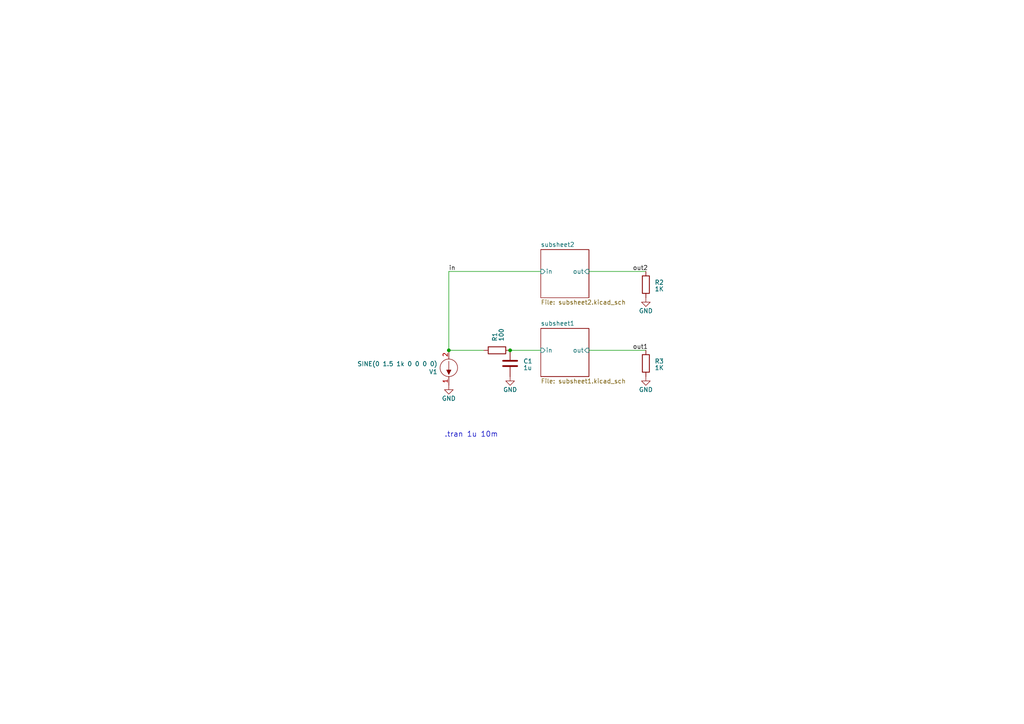
<source format=kicad_sch>
(kicad_sch (version 20220104) (generator eeschema)
  (paper "A4")
  (lib_symbols
    (symbol "Device:C" (pin_numbers hide) (pin_names (offset 0.254))
      (property "Reference" "C" (at 0.635 2.54 0))
      (property "Value" "C" (at 0.635 -2.54 0))
      (symbol "C_0_1"
        (polyline (pts (xy -2.032 -0.762) (xy 2.032 -0.762)) (stroke (width 0.508)))
        (polyline (pts (xy -2.032 0.762) (xy 2.032 0.762)) (stroke (width 0.508)))
      )
      (symbol "C_1_1"
        (pin passive line (at 0 3.81 270) (length 2.794) (name "~") (number "1"))
        (pin passive line (at 0 -3.81 90) (length 2.794) (name "~") (number "2"))
      )
    )
    (symbol "Device:R" (pin_numbers hide) (pin_names (offset 0))
      (property "Reference" "R" (at 2.032 0 90))
      (property "Value" "R" (at 0 0 90))
      (symbol "R_0_1"
        (rectangle (start -1.016 -2.54) (end 1.016 2.54) (stroke (width 0.254)))
      )
      (symbol "R_1_1"
        (pin passive line (at 0 3.81 270) (length 1.27) (name "~") (number "1"))
        (pin passive line (at 0 -3.81 90) (length 1.27) (name "~") (number "2"))
      )
    )
    (symbol "power:GND" (power) (pin_names (offset 0))
      (property "Value" "GND" (at 0 -3.81 0))
      (symbol "GND_0_1"
        (polyline (pts (xy 0 0) (xy 0 -1.27) (xy 1.27 -1.27) (xy 0 -2.54) (xy -1.27 -1.27) (xy 0 -1.27)))
      )
      (symbol "GND_1_1"
        (pin power_in line (at 0 0 270) (length 0) hide (name "GND") (number "1"))
      )
    )
    (symbol "rectifier_schlib:VSOURCE" (pin_names (offset 1.016))
      (property "Reference" "V" (at 5.08 5.08 0))
      (symbol "VSOURCE_0_1"
        (polyline (pts (xy 0 -1.905) (xy 0 1.905)))
        (polyline (pts (xy 0 1.905) (xy -0.635 0.635) (xy 0.635 0.635) (xy 0 1.905)) (fill (type outline)))
        (circle (center 0 0) (radius 2.54))
      )
      (symbol "VSOURCE_1_1"
        (pin input line (at 0 5.08 270) (length 2.54) (name "~") (number "1"))
        (pin input line (at 0 -5.08 90) (length 2.54) (name "~") (number "2"))
      )
    )
  )
  (junction (at 147.955 101.6))
  (junction (at 130.175 101.6))
  (wire (pts (xy 170.815 78.74) (xy 187.325 78.74)))
  (wire (pts (xy 156.845 78.74) (xy 130.175 78.74)))
  (wire (pts (xy 170.815 101.6) (xy 187.325 101.6)))
  (wire (pts (xy 147.955 101.6) (xy 156.845 101.6)))
  (wire (pts (xy 130.175 101.6) (xy 140.335 101.6)))
  (wire (pts (xy 130.175 78.74) (xy 130.175 101.6)))
  (text ".tran 1u 10m\n" (at 128.905 127 0) (effects (font (size 1.524 1.524)) (justify left bottom)))
  (label "out2" (at 183.515 78.74 0))
  (label "in" (at 130.175 78.74 0))
  (label "out1" (at 183.515 101.6 0))
  (symbol (lib_id "Device:R") (at 187.325 82.55 0) (unit 1)
    (property "Reference" "R2" (at 189.865 81.915 0) (effects (justify left)))
    (property "Value" "1K" (at 189.865 83.82 0) (effects (justify left)))
  )
  (symbol (lib_id "power:GND") (at 187.325 86.36 0) (unit 1)
    (property "Reference" "#PWR03" (effects hide))
    (property "Value" "GND" (at 187.325 90.17 0))
  )
  (symbol (lib_id "Device:R") (at 144.145 101.6 90) (unit 1)
    (property "Reference" "R1" (at 143.51 99.06 0) (effects (justify left)))
    (property "Value" "100" (at 145.415 99.06 0) (effects (justify left)))
  )
  (symbol (lib_id "rectifier_schlib:VSOURCE") (at 130.175 106.68 180) (unit 1)
    (property "Reference" "V1" (at 126.9238 107.8484 0) (effects (justify left)))
    (property "Value" "SINE(0 1.5 1k 0 0 0 0)" (at 126.9238 105.537 0) (effects (justify left)))
    (property "Fieldname" "Value" (effects hide))
    (property "Spice_Primitive" "V" (effects hide))
    (property "Spice_Node_Sequence" "1 2" (effects hide))
  )
  (symbol (lib_id "Device:R") (at 187.325 105.41 0) (unit 1)
    (property "Reference" "R3" (at 189.865 104.775 0) (effects (justify left)))
    (property "Value" "1K" (at 189.865 106.68 0) (effects (justify left)))
  )
  (symbol (lib_id "Device:C") (at 147.955 105.41 0) (unit 1)
    (property "Reference" "C1" (at 151.765 104.775 0) (effects (justify left)))
    (property "Value" "1u" (at 151.765 106.68 0) (effects (justify left)))
  )
  (symbol (lib_id "power:GND") (at 130.175 111.76 0) (unit 1)
    (property "Reference" "#PWR01" (effects hide))
    (property "Value" "GND" (at 130.175 115.57 0))
  )
  (symbol (lib_id "power:GND") (at 147.955 109.22 0) (unit 1)
    (property "Reference" "#PWR02" (effects hide))
    (property "Value" "GND" (at 147.955 113.03 0))
  )
  (symbol (lib_id "power:GND") (at 187.325 109.22 0) (unit 1)
    (property "Reference" "#PWR04" (effects hide))
    (property "Value" "GND" (at 187.325 113.03 0))
  )
  (sheet (at 156.845 95.25) (size 13.97 13.97) (stroke (width 0.1524))
    (property "Sheetname" "subsheet1" (at 156.845 94.5384 0) (effects (justify left bottom)))
    (property "Sheetfile" "subsheet1.kicad_sch" (at 156.845 109.8046 0) (effects (justify left top)))
    (pin "in" input (at 156.845 101.6 180))
    (pin "out" input (at 170.815 101.6 0))
  )
  (sheet (at 156.845 72.39) (size 13.97 13.97) (stroke (width 0.1524))
    (property "Sheetname" "subsheet2" (at 156.845 71.6784 0) (effects (justify left bottom)))
    (property "Sheetfile" "subsheet2.kicad_sch" (at 156.845 86.9446 0) (effects (justify left top)))
    (pin "in" input (at 156.845 78.74 180))
    (pin "out" input (at 170.815 78.74 0))
  )
)
</source>
